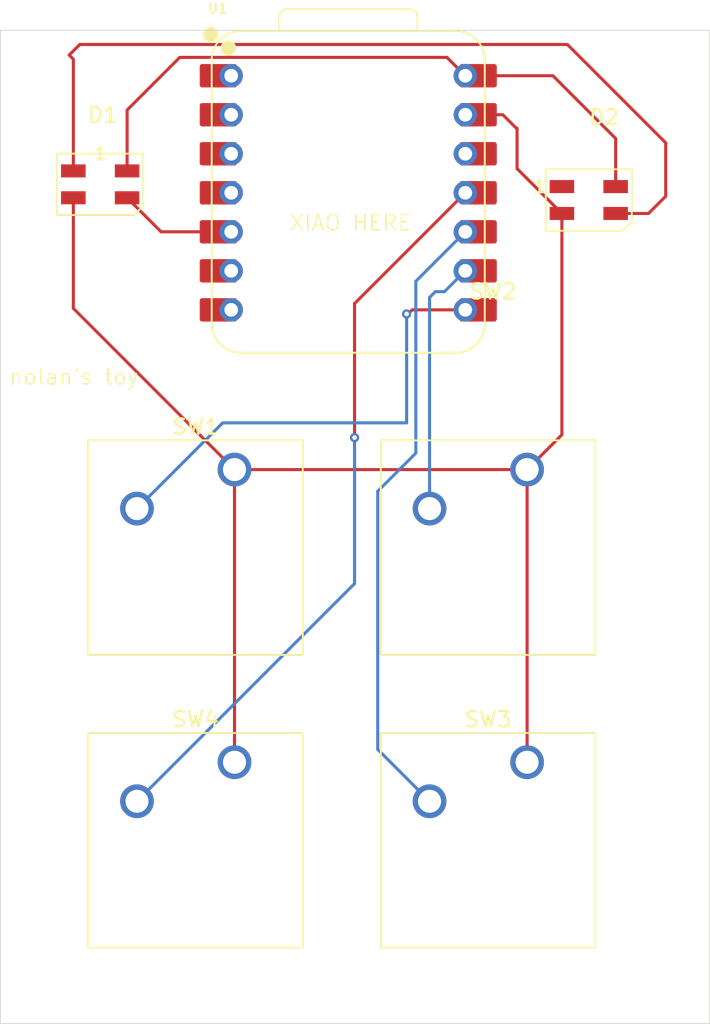
<source format=kicad_pcb>
(kicad_pcb (version 20241229) (generator "pcbnew") (generator_version "9.0")
  (layers (0 "F.Cu" signal) (2 "B.Cu" signal) (13 "F.Paste" user) (15 "B.Paste" user) (5 "F.SilkS" user "F.Silkscreen") (7 "B.SilkS" user "B.Silkscreen") (1 "F.Mask" user) (3 "B.Mask" user) (25 "Edge.Cuts" user))
  (net 0 "")
  (net 1 "Net-(D1-DIN)")
  (net 2 "+5V")
  (net 3 "GND")
  (net 5 "Net-(U1-GPIO1{slash}RX)")
  (net 6 "Net-(U1-GPIO2{slash}SCK)")
  (net 7 "Net-(U1-GPIO4{slash}MISO)")
  (net 8 "Net-(U1-GPIO3{slash}MOSI)")
  (net 16 "Net-(D1-DOUT)")
  (footprint "Button_Switch_Keyboard:SW_Cherry_MX_1.00u_PCB" (layer "F.Cu") (at 80.80375 92.55125)
    (property "Reference" "SW1" (at -2.54 -2.794 0) (layer "F.SilkS"))
    (property "Value" "SW_Push")
    (fp_line (start -9.525 -1.905) (end 4.445 -1.905) (stroke (width 0.12)) (layer "F.SilkS"))
    (fp_line (start -9.525 12.065) (end -9.525 -1.905) (stroke (width 0.12)) (layer "F.SilkS"))
    (fp_line (start 4.445 -1.905) (end 4.445 12.065) (stroke (width 0.12)) (layer "F.SilkS"))
    (fp_line (start 4.445 12.065) (end -9.525 12.065) (stroke (width 0.12)) (layer "F.SilkS"))
    (pad "" np_thru_hole circle (at -7.62 5.08) (size 1.7 1.7) (drill 1.7) (layers "*.Cu" "*.Mask"))
    (pad "" np_thru_hole circle (at -2.54 5.08) (size 4 4) (drill 4) (layers "*.Cu" "*.Mask"))
    (pad "" np_thru_hole circle (at 2.54 5.08) (size 1.7 1.7) (drill 1.7) (layers "*.Cu" "*.Mask"))
    (pad "1" thru_hole circle (at 0 0) (size 2.2 2.2) (drill 1.5) (layers "*.Cu" "*.Mask") (net 3 "GND"))
    (pad "2" thru_hole circle (at -6.35 2.54) (size 2.2 2.2) (drill 1.5) (layers "*.Cu" "*.Mask") (net 5 "Net-(U1-GPIO1{slash}RX)"))
  )
  (footprint "customparts:XIAO-RP2040-DIP" (layer "F.Cu") (at 88.209 74.53425)
    (property "Reference" "U1" (at -8.5 -12 0) (layer "F.SilkS") (effects (font (size 0.635 0.635) (thickness 0.1016))))
    (property "Value" "XIAO-RP2040-DIP")
    (fp_line (start -8.89 8.509) (end -8.89 -8.636) (stroke (width 0.127)) (layer "F.SilkS"))
    (fp_line (start -6.985 10.414) (end 6.985 10.414) (stroke (width 0.127)) (layer "F.SilkS"))
    (fp_line (start -4.495 -10.541) (end -4.491272 -11.451272) (stroke (width 0.127)) (layer "F.SilkS"))
    (fp_line (start -3.991272 -11.951) (end 4.004 -11.951) (stroke (width 0.127)) (layer "F.SilkS"))
    (fp_line (start 4.504 -11.451) (end 4.504 -10.541) (stroke (width 0.127)) (layer "F.SilkS"))
    (fp_line (start 6.985 -10.541) (end -6.985 -10.541) (stroke (width 0.1)) (layer "F.SilkS"))
    (fp_line (start 6.985 -10.541) (end -6.985 -10.541) (stroke (width 0.127)) (layer "F.SilkS"))
    (fp_line (start 8.89 8.509) (end 8.89 -8.636) (stroke (width 0.127)) (layer "F.SilkS"))
    (fp_arc (start -8.89 -8.636) (mid -8.332038 -9.983038) (end -6.985 -10.541) (stroke (width 0.127)) (layer "F.SilkS"))
    (fp_arc (start -6.985 10.414) (mid -8.332038 9.856038) (end -8.89 8.509) (stroke (width 0.127)) (layer "F.SilkS"))
    (fp_arc (start -4.491272 -11.451272) (mid -4.344728 -11.80464) (end -3.991272 -11.951) (stroke (width 0.127)) (layer "F.SilkS"))
    (fp_arc (start 4.004 -11.951) (mid 4.357553 -11.804553) (end 4.504 -11.451) (stroke (width 0.127)) (layer "F.SilkS"))
    (fp_arc (start 6.985 -10.541) (mid 8.332038 -9.983038) (end 8.89 -8.636) (stroke (width 0.127)) (layer "F.SilkS"))
    (fp_arc (start 8.89 8.509) (mid 8.332038 9.856038) (end 6.985 10.414) (stroke (width 0.127)) (layer "F.SilkS"))
    (fp_circle (center -8.95 -10.3) (end -8.95 -10.554) (stroke (width 0.5)) (fill yes) (layer "F.SilkS"))
    (fp_circle (center -7.807 -9.42) (end -7.807 -9.674) (stroke (width 0.5)) (fill yes) (layer "F.SilkS"))
    (pad "1" smd roundrect (at -8.455 -7.62 180) (size 2.432 1.524) (layers "F.Cu" "F.Mask") (roundrect_rratio 0.1))
    (pad "1" thru_hole circle (at -7.62 -7.62 180) (size 1.524 1.524) (drill 0.889) (layers "*.Cu" "*.Mask"))
    (pad "2" smd roundrect (at -8.455 -5.08 180) (size 2.432 1.524) (layers "F.Cu" "F.Mask") (roundrect_rratio 0.1))
    (pad "2" thru_hole circle (at -7.62 -5.08 180) (size 1.524 1.524) (drill 0.889) (layers "*.Cu" "*.Mask"))
    (pad "3" smd roundrect (at -8.455 -2.54 180) (size 2.432 1.524) (layers "F.Cu" "F.Mask") (roundrect_rratio 0.1))
    (pad "3" thru_hole circle (at -7.62 -2.54 180) (size 1.524 1.524) (drill 0.889) (layers "*.Cu" "*.Mask"))
    (pad "4" smd roundrect (at -8.455 0 180) (size 2.432 1.524) (layers "F.Cu" "F.Mask") (roundrect_rratio 0.1))
    (pad "4" thru_hole circle (at -7.62 0 180) (size 1.524 1.524) (drill 0.889) (layers "*.Cu" "*.Mask"))
    (pad "5" smd roundrect (at -8.455 2.54 180) (size 2.432 1.524) (layers "F.Cu" "F.Mask") (roundrect_rratio 0.1) (net 1 "Net-(D1-DIN)"))
    (pad "5" thru_hole circle (at -7.62 2.54 180) (size 1.524 1.524) (drill 0.889) (layers "*.Cu" "*.Mask") (net 1 "Net-(D1-DIN)"))
    (pad "6" smd roundrect (at -8.455 5.08 180) (size 2.432 1.524) (layers "F.Cu" "F.Mask") (roundrect_rratio 0.1))
    (pad "6" thru_hole circle (at -7.62 5.08 180) (size 1.524 1.524) (drill 0.889) (layers "*.Cu" "*.Mask"))
    (pad "7" smd roundrect (at -8.455 7.62 180) (size 2.432 1.524) (layers "F.Cu" "F.Mask") (roundrect_rratio 0.1))
    (pad "7" thru_hole circle (at -7.62 7.62 180) (size 1.524 1.524) (drill 0.889) (layers "*.Cu" "*.Mask"))
    (pad "8" thru_hole circle (at 7.62 7.62) (size 1.524 1.524) (drill 0.889) (layers "*.Cu" "*.Mask") (net 5 "Net-(U1-GPIO1{slash}RX)"))
    (pad "8" smd roundrect (at 8.455 7.62) (size 2.432 1.524) (layers "F.Cu" "F.Mask") (roundrect_rratio 0.1) (net 5 "Net-(U1-GPIO1{slash}RX)"))
    (pad "9" thru_hole circle (at 7.62 5.08) (size 1.524 1.524) (drill 0.889) (layers "*.Cu" "*.Mask") (net 6 "Net-(U1-GPIO2{slash}SCK)"))
    (pad "9" smd roundrect (at 8.455 5.08) (size 2.432 1.524) (layers "F.Cu" "F.Mask") (roundrect_rratio 0.1) (net 6 "Net-(U1-GPIO2{slash}SCK)"))
    (pad "10" thru_hole circle (at 7.62 2.54) (size 1.524 1.524) (drill 0.889) (layers "*.Cu" "*.Mask") (net 7 "Net-(U1-GPIO4{slash}MISO)"))
    (pad "10" smd roundrect (at 8.455 2.54) (size 2.432 1.524) (layers "F.Cu" "F.Mask") (roundrect_rratio 0.1) (net 7 "Net-(U1-GPIO4{slash}MISO)"))
    (pad "11" thru_hole circle (at 7.62 0) (size 1.524 1.524) (drill 0.889) (layers "*.Cu" "*.Mask") (net 8 "Net-(U1-GPIO3{slash}MOSI)"))
    (pad "11" smd roundrect (at 8.455 0) (size 2.432 1.524) (layers "F.Cu" "F.Mask") (roundrect_rratio 0.1) (net 8 "Net-(U1-GPIO3{slash}MOSI)"))
    (pad "12" thru_hole circle (at 7.62 -2.54) (size 1.524 1.524) (drill 0.889) (layers "*.Cu" "*.Mask"))
    (pad "12" smd roundrect (at 8.455 -2.54) (size 2.432 1.524) (layers "F.Cu" "F.Mask") (roundrect_rratio 0.1))
    (pad "13" thru_hole circle (at 7.62 -5.08) (size 1.524 1.524) (drill 0.889) (layers "*.Cu" "*.Mask") (net 3 "GND"))
    (pad "13" smd roundrect (at 8.455 -5.08) (size 2.432 1.524) (layers "F.Cu" "F.Mask") (roundrect_rratio 0.1) (net 3 "GND"))
    (pad "14" thru_hole circle (at 7.62 -7.62) (size 1.524 1.524) (drill 0.889) (layers "*.Cu" "*.Mask") (net 2 "+5V"))
    (pad "14" smd roundrect (at 8.455 -7.62) (size 2.432 1.524) (layers "F.Cu" "F.Mask") (roundrect_rratio 0.1) (net 2 "+5V"))
  )
  (footprint "Button_Switch_Keyboard:SW_Cherry_MX_1.00u_PCB" (layer "F.Cu") (at 99.85375 92.55125)
    (property "Reference" "SW2" (at -2.2225 -11.58875 0) (layer "F.SilkS"))
    (property "Value" "SW_Push")
    (fp_line (start -9.525 -1.905) (end 4.445 -1.905) (stroke (width 0.12)) (layer "F.SilkS"))
    (fp_line (start -9.525 12.065) (end -9.525 -1.905) (stroke (width 0.12)) (layer "F.SilkS"))
    (fp_line (start 4.445 -1.905) (end 4.445 12.065) (stroke (width 0.12)) (layer "F.SilkS"))
    (fp_line (start 4.445 12.065) (end -9.525 12.065) (stroke (width 0.12)) (layer "F.SilkS"))
    (pad "" np_thru_hole circle (at -7.62 5.08) (size 1.7 1.7) (drill 1.7) (layers "*.Cu" "*.Mask"))
    (pad "" np_thru_hole circle (at -2.54 5.08) (size 4 4) (drill 4) (layers "*.Cu" "*.Mask"))
    (pad "" np_thru_hole circle (at 2.54 5.08) (size 1.7 1.7) (drill 1.7) (layers "*.Cu" "*.Mask"))
    (pad "1" thru_hole circle (at 0 0) (size 2.2 2.2) (drill 1.5) (layers "*.Cu" "*.Mask") (net 3 "GND"))
    (pad "2" thru_hole circle (at -6.35 2.54) (size 2.2 2.2) (drill 1.5) (layers "*.Cu" "*.Mask") (net 6 "Net-(U1-GPIO2{slash}SCK)"))
  )
  (footprint "LED_SMD:LED_SK6812MINI_PLCC4_3.5x3.5mm_P1.75mm" (layer "F.Cu") (at 72.06 73.985)
    (property "Reference" "D1" (at 0.17 -4.525 0) (layer "F.SilkS"))
    (property "Value" "SK6812MINI")
    (fp_line (start -2.8 -2) (end -2.8 2) (stroke (width 0.12)) (layer "F.SilkS"))
    (fp_line (start -2.8 -2) (end 2.8 -2) (stroke (width 0.12)) (layer "F.SilkS"))
    (fp_line (start -2.8 2) (end 2.2 2) (stroke (width 0.12)) (layer "F.SilkS"))
    (fp_line (start 2.8 1.4) (end 2.2 2) (stroke (width 0.12)) (layer "F.SilkS"))
    (fp_line (start 2.8 1.4) (end 2.8 -2) (stroke (width 0.12)) (layer "F.SilkS"))
    (fp_text user "1" (at 0 -2 0) (layer "F.SilkS") (effects (font (size 0.8 0.8))))
    (pad "1" smd rect (at -1.75 -0.875) (size 1.6 0.85) (layers "F.Cu" "F.Mask" "F.Paste") (net 16 "Net-(D1-DOUT)"))
    (pad "2" smd rect (at -1.75 0.875) (size 1.6 0.85) (layers "F.Cu" "F.Mask" "F.Paste") (net 3 "GND"))
    (pad "3" smd rect (at 1.75 0.875) (size 1.6 0.85) (layers "F.Cu" "F.Mask" "F.Paste") (net 1 "Net-(D1-DIN)"))
    (pad "4" smd rect (at 1.75 -0.875) (size 1.6 0.85) (layers "F.Cu" "F.Mask" "F.Paste") (net 2 "+5V"))
  )
  (footprint "Button_Switch_Keyboard:SW_Cherry_MX_1.00u_PCB" (layer "F.Cu") (at 80.80375 111.60125)
    (property "Reference" "SW4" (at -2.54 -2.794 0) (layer "F.SilkS"))
    (property "Value" "SW_Push")
    (fp_line (start -9.525 -1.905) (end 4.445 -1.905) (stroke (width 0.12)) (layer "F.SilkS"))
    (fp_line (start -9.525 12.065) (end -9.525 -1.905) (stroke (width 0.12)) (layer "F.SilkS"))
    (fp_line (start 4.445 -1.905) (end 4.445 12.065) (stroke (width 0.12)) (layer "F.SilkS"))
    (fp_line (start 4.445 12.065) (end -9.525 12.065) (stroke (width 0.12)) (layer "F.SilkS"))
    (pad "" np_thru_hole circle (at -7.62 5.08) (size 1.7 1.7) (drill 1.7) (layers "*.Cu" "*.Mask"))
    (pad "" np_thru_hole circle (at -2.54 5.08) (size 4 4) (drill 4) (layers "*.Cu" "*.Mask"))
    (pad "" np_thru_hole circle (at 2.54 5.08) (size 1.7 1.7) (drill 1.7) (layers "*.Cu" "*.Mask"))
    (pad "1" thru_hole circle (at 0 0) (size 2.2 2.2) (drill 1.5) (layers "*.Cu" "*.Mask") (net 3 "GND"))
    (pad "2" thru_hole circle (at -6.35 2.54) (size 2.2 2.2) (drill 1.5) (layers "*.Cu" "*.Mask") (net 8 "Net-(U1-GPIO3{slash}MOSI)"))
  )
  (footprint "LED_SMD:LED_SK6812MINI_PLCC4_3.5x3.5mm_P1.75mm" (layer "F.Cu") (at 103.87 75.005)
    (property "Reference" "D2" (at 1.00125 -5.385 0) (layer "F.SilkS"))
    (property "Value" "SK6812MINI")
    (fp_line (start -2.8 -2) (end -2.8 2) (stroke (width 0.12)) (layer "F.SilkS"))
    (fp_line (start -2.8 -2) (end 2.8 -2) (stroke (width 0.12)) (layer "F.SilkS"))
    (fp_line (start -2.8 2) (end 2.2 2) (stroke (width 0.12)) (layer "F.SilkS"))
    (fp_line (start 2.8 1.4) (end 2.2 2) (stroke (width 0.12)) (layer "F.SilkS"))
    (fp_line (start 2.8 1.4) (end 2.8 -2) (stroke (width 0.12)) (layer "F.SilkS"))
    (fp_text user "1" (at -3.2 -0.875 0) (layer "F.SilkS") (effects (font (size 0.8 0.8))))
    (pad "1" smd rect (at -1.75 -0.875) (size 1.6 0.85) (layers "F.Cu" "F.Mask" "F.Paste"))
    (pad "2" smd rect (at -1.75 0.875) (size 1.6 0.85) (layers "F.Cu" "F.Mask" "F.Paste") (net 3 "GND"))
    (pad "3" smd rect (at 1.75 0.875) (size 1.6 0.85) (layers "F.Cu" "F.Mask" "F.Paste") (net 16 "Net-(D1-DOUT)"))
    (pad "4" smd rect (at 1.75 -0.875) (size 1.6 0.85) (layers "F.Cu" "F.Mask" "F.Paste") (net 2 "+5V"))
  )
  (footprint "Button_Switch_Keyboard:SW_Cherry_MX_1.00u_PCB" (layer "F.Cu") (at 99.85375 111.60125)
    (property "Reference" "SW3" (at -2.54 -2.794 0) (layer "F.SilkS"))
    (property "Value" "SW_Push")
    (fp_line (start -9.525 -1.905) (end 4.445 -1.905) (stroke (width 0.12)) (layer "F.SilkS"))
    (fp_line (start -9.525 12.065) (end -9.525 -1.905) (stroke (width 0.12)) (layer "F.SilkS"))
    (fp_line (start 4.445 -1.905) (end 4.445 12.065) (stroke (width 0.12)) (layer "F.SilkS"))
    (fp_line (start 4.445 12.065) (end -9.525 12.065) (stroke (width 0.12)) (layer "F.SilkS"))
    (pad "" np_thru_hole circle (at -7.62 5.08) (size 1.7 1.7) (drill 1.7) (layers "*.Cu" "*.Mask"))
    (pad "" np_thru_hole circle (at -2.54 5.08) (size 4 4) (drill 4) (layers "*.Cu" "*.Mask"))
    (pad "" np_thru_hole circle (at 2.54 5.08) (size 1.7 1.7) (drill 1.7) (layers "*.Cu" "*.Mask"))
    (pad "1" thru_hole circle (at 0 0) (size 2.2 2.2) (drill 1.5) (layers "*.Cu" "*.Mask") (net 3 "GND"))
    (pad "2" thru_hole circle (at -6.35 2.54) (size 2.2 2.2) (drill 1.5) (layers "*.Cu" "*.Mask") (net 7 "Net-(U1-GPIO4{slash}MISO)"))
  )
  (gr_rect (start 65.56 63.96) (end 111.75 128.61) (stroke (width 0.05)) (fill no) (layer "Edge.Cuts"))
  (gr_text "XIAO HERE" (at 84.32 77.07 0) (layer "F.SilkS") (effects (font (size 1 1) (thickness 0.1)) (justify left bottom)))
  (gr_text "nolan's toy" (at 66.07 87.1 0) (layer "F.SilkS") (effects (font (size 1 1) (thickness 0.1)) (justify left bottom)))
  (segment (start 76.02425 77.07425) (end 80.589 77.07425) (width 0.2) (layer "F.Cu") (net 1))
  (segment (start 73.81 74.86) (end 76.02425 77.07425) (width 0.2) (layer "F.Cu") (net 1))
  (segment (start 94.64 65.72) (end 94.64 65.72525) (width 0.2) (layer "F.Cu") (net 2))
  (segment (start 94.64 65.72525) (end 95.829 66.91425) (width 0.2) (layer "F.Cu") (net 2))
  (segment (start 105.62 71) (end 105.62 74.13) (width 0.2) (layer "F.Cu") (net 2))
  (segment (start 101.53425 66.91425) (end 105.62 71) (width 0.2) (layer "F.Cu") (net 2))
  (segment (start 73.81 69.15) (end 77.24 65.72) (width 0.2) (layer "F.Cu") (net 2))
  (segment (start 77.24 65.72) (end 94.64 65.72) (width 0.2) (layer "F.Cu") (net 2))
  (segment (start 95.829 66.91425) (end 101.53425 66.91425) (width 0.2) (layer "F.Cu") (net 2))
  (segment (start 73.81 73.11) (end 73.81 69.15) (width 0.2) (layer "F.Cu") (net 2))
  (segment (start 102.12 90.285) (end 102.12 75.88) (width 0.2) (layer "F.Cu") (net 3))
  (segment (start 99.85375 92.55125) (end 99.85375 111.60125) (width 0.2) (layer "F.Cu") (net 3))
  (segment (start 99.15 70.33) (end 98.27425 69.45425) (width 0.2) (layer "F.Cu") (net 3))
  (segment (start 80.80375 92.55125) (end 99.85375 92.55125) (width 0.2) (layer "F.Cu") (net 3))
  (segment (start 99.85375 92.55125) (end 102.12 90.285) (width 0.2) (layer "F.Cu") (net 3))
  (segment (start 99.2 72.96) (end 99.2 70.33) (width 0.2) (layer "F.Cu") (net 3))
  (segment (start 99.2 70.33) (end 99.15 70.33) (width 0.2) (layer "F.Cu") (net 3))
  (segment (start 98.27425 69.45425) (end 95.829 69.45425) (width 0.2) (layer "F.Cu") (net 3))
  (segment (start 80.80375 92.55125) (end 70.31 82.0575) (width 0.2) (layer "F.Cu") (net 3))
  (segment (start 70.31 82.0575) (end 70.31 74.86) (width 0.2) (layer "F.Cu") (net 3))
  (segment (start 80.80375 92.55125) (end 80.80375 111.60125) (width 0.2) (layer "F.Cu") (net 3))
  (segment (start 102.12 75.88) (end 99.2 72.96) (width 0.2) (layer "F.Cu") (net 3))
  (segment (start 92.01 82.42) (end 92.11 82.42) (width 0.2) (layer "F.Cu") (net 5))
  (segment (start 92.37575 82.15425) (end 95.829 82.15425) (width 0.2) (layer "F.Cu") (net 5))
  (segment (start 92.11 82.42) (end 92.37575 82.15425) (width 0.2) (layer "F.Cu") (net 5))
  (via (at 92.01 82.42) (size 0.6) (drill 0.3) (layers "F.Cu" "B.Cu") (net 5))
  (segment (start 80.035 89.51) (end 92.01 89.51) (width 0.2) (layer "B.Cu") (net 5))
  (segment (start 74.45375 95.09125) (end 80.035 89.51) (width 0.2) (layer "B.Cu") (net 5))
  (segment (start 92.01 89.51) (end 92.01 82.42) (width 0.2) (layer "B.Cu") (net 5))
  (segment (start 93.50375 95.09125) (end 93.50375 81.34625) (width 0.2) (layer "B.Cu") (net 6))
  (segment (start 93.88 80.97) (end 94.47325 80.97) (width 0.2) (layer "B.Cu") (net 6))
  (segment (start 93.50375 81.34625) (end 93.88 80.97) (width 0.2) (layer "B.Cu") (net 6))
  (segment (start 94.47325 80.97) (end 95.829 79.61425) (width 0.2) (layer "B.Cu") (net 6))
  (segment (start 90.13 93.96) (end 92.611 91.479) (width 0.2) (layer "B.Cu") (net 7))
  (segment (start 90.13 110.7675) (end 90.13 93.96) (width 0.2) (layer "B.Cu") (net 7))
  (segment (start 92.611 80.29225) (end 95.829 77.07425) (width 0.2) (layer "B.Cu") (net 7))
  (segment (start 93.50375 114.14125) (end 90.13 110.7675) (width 0.2) (layer "B.Cu") (net 7))
  (segment (start 92.611 91.479) (end 92.611 80.29225) (width 0.2) (layer "B.Cu") (net 7))
  (segment (start 88.62 90.47) (end 88.62 81.74325) (width 0.2) (layer "F.Cu") (net 8))
  (segment (start 88.62 81.74325) (end 95.829 74.53425) (width 0.2) (layer "F.Cu") (net 8))
  (via (at 88.62 90.47) (size 0.6) (drill 0.3) (layers "F.Cu" "B.Cu") (net 8))
  (segment (start 74.45375 114.14125) (end 88.62 99.975) (width 0.2) (layer "B.Cu") (net 8))
  (segment (start 88.62 99.975) (end 88.62 90.47) (width 0.2) (layer "B.Cu") (net 8))
  (segment (start 88.62 90.47) (end 88.57 90.42) (width 0.2) (layer "B.Cu") (net 8))
  (segment (start 70.73 64.88) (end 70.04 65.57) (width 0.2) (layer "F.Cu") (net 16))
  (segment (start 70.31 65.84) (end 70.31 73.11) (width 0.2) (layer "F.Cu") (net 16))
  (segment (start 70.04 65.57) (end 70.31 65.84) (width 0.2) (layer "F.Cu") (net 16))
  (segment (start 107.76 75.88) (end 108.88 74.76) (width 0.2) (layer "F.Cu") (net 16))
  (segment (start 108.88 71.28) (end 102.48 64.88) (width 0.2) (layer "F.Cu") (net 16))
  (segment (start 105.62 75.88) (end 107.76 75.88) (width 0.2) (layer "F.Cu") (net 16))
  (segment (start 102.48 64.88) (end 70.73 64.88) (width 0.2) (layer "F.Cu") (net 16))
  (segment (start 108.88 74.76) (end 108.88 71.28) (width 0.2) (layer "F.Cu") (net 16))
)
</source>
